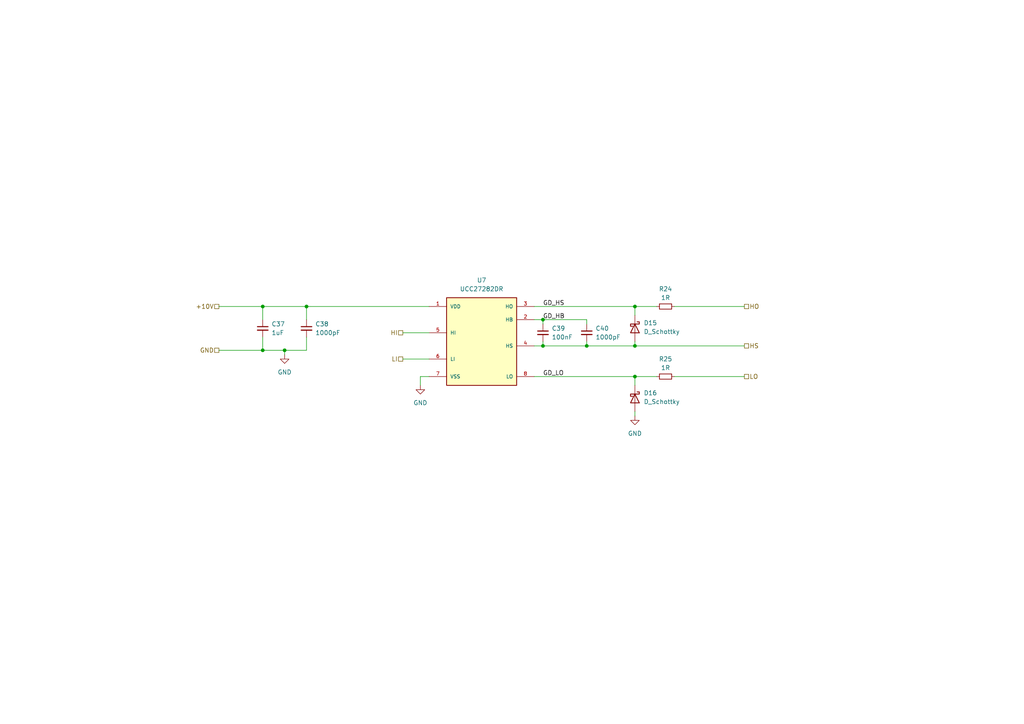
<source format=kicad_sch>
(kicad_sch (version 20211123) (generator eeschema)
  (paper "A4")
  (title_block (title "Gate driver phase V") (date "2022-07-24") (rev "1"))
  (lib_symbols
    (symbol "Device:C_Small" (pin_numbers hide) (pin_names (offset 0.254) hide)
      (property "Reference" "C" (at 0.254 1.778 0))
      (property "Value" "C_Small" (at 0.254 -2.032 0))
      (symbol "C_Small_0_1"
        (polyline (pts (xy -1.524 -0.508) (xy 1.524 -0.508)) (stroke (width 0.3302)))
        (polyline (pts (xy -1.524 0.508) (xy 1.524 0.508)) (stroke (width 0.3048)))
      )
      (symbol "C_Small_1_1"
        (pin passive line (at 0 2.54 270) (length 2.032) (name "~") (number "1"))
        (pin passive line (at 0 -2.54 90) (length 2.032) (name "~") (number "2"))
      )
    )
    (symbol "Device:D_Schottky" (pin_numbers hide) (pin_names (offset 1.016) hide)
      (property "Reference" "D" (at 0 2.54 0))
      (property "Value" "D_Schottky" (at 0 -2.54 0))
      (symbol "D_Schottky_0_1"
        (polyline (pts (xy 1.27 0) (xy -1.27 0)))
        (polyline (pts (xy 1.27 1.27) (xy 1.27 -1.27) (xy -1.27 0) (xy 1.27 1.27)) (stroke (width 0.254)))
        (polyline (pts (xy -1.905 0.635) (xy -1.905 1.27) (xy -1.27 1.27) (xy -1.27 -1.27) (xy -0.635 -1.27) (xy -0.635 -0.635)) (stroke (width 0.254)))
      )
      (symbol "D_Schottky_1_1"
        (pin passive line (at -3.81 0 0) (length 2.54) (name "K") (number "1"))
        (pin passive line (at 3.81 0 180) (length 2.54) (name "A") (number "2"))
      )
    )
    (symbol "Device:R_Small" (pin_numbers hide) (pin_names (offset 0.254) hide)
      (property "Reference" "R" (at 0.762 0.508 0))
      (property "Value" "R_Small" (at 0.762 -1.016 0))
      (symbol "R_Small_0_1"
        (rectangle (start -0.762 1.778) (end 0.762 -1.778) (stroke (width 0.2032)))
      )
      (symbol "R_Small_1_1"
        (pin passive line (at 0 2.54 270) (length 0.762) (name "~") (number "1"))
        (pin passive line (at 0 -2.54 90) (length 0.762) (name "~") (number "2"))
      )
    )
    (symbol "UCC27282DR:UCC27282DR" (pin_names (offset 1.016))
      (property "Reference" "U?" (at 0 17.78 0))
      (property "Value" "UCC27282DR" (at 0 15.24 0))
      (symbol "UCC27282DR_0_0"
        (rectangle (start -10.16 -12.7) (end 10.16 12.7) (stroke (width 0.254)) (fill (type background)))
        (pin power_in line (at -15.24 10.16 0) (length 5.08) (name "VDD") (number "1"))
        (pin passive line (at 15.24 6.35 180) (length 5.08) (name "HB") (number "2"))
        (pin output line (at 15.24 10.16 180) (length 5.08) (name "HO") (number "3"))
        (pin passive line (at 15.24 -1.27 180) (length 5.08) (name "HS") (number "4"))
        (pin input line (at -15.24 2.54 0) (length 5.08) (name "HI") (number "5"))
        (pin input line (at -15.24 -5.08 0) (length 5.08) (name "LI") (number "6"))
        (pin power_in line (at -15.24 -10.16 0) (length 5.08) (name "VSS") (number "7"))
        (pin output line (at 15.24 -10.16 180) (length 5.08) (name "LO") (number "8"))
      )
    )
    (symbol "power:GND" (power) (pin_names (offset 0))
      (property "Value" "GND" (at 0 -3.81 0))
      (symbol "GND_0_1"
        (polyline (pts (xy 0 0) (xy 0 -1.27) (xy 1.27 -1.27) (xy 0 -2.54) (xy -1.27 -1.27) (xy 0 -1.27)))
      )
      (symbol "GND_1_1"
        (pin power_in line (at 0 0 270) (length 0) hide (name "GND") (number "1"))
      )
    )
  )
  (junction (at 184.15 88.9))
  (junction (at 88.9 88.9))
  (junction (at 157.48 92.71))
  (junction (at 82.55 101.6))
  (junction (at 170.18 100.33))
  (junction (at 157.48 100.33))
  (junction (at 184.15 100.33))
  (junction (at 76.2 101.6))
  (junction (at 184.15 109.22))
  (junction (at 76.2 88.9))
  (wire (pts (xy 63.5 101.6) (xy 76.2 101.6)))
  (wire (pts (xy 184.15 109.22) (xy 184.15 111.76)))
  (wire (pts (xy 82.55 101.6) (xy 88.9 101.6)))
  (wire (pts (xy 121.92 109.22) (xy 121.92 111.76)))
  (wire (pts (xy 157.48 92.71) (xy 170.18 92.71)))
  (wire (pts (xy 76.2 101.6) (xy 82.55 101.6)))
  (wire (pts (xy 88.9 88.9) (xy 76.2 88.9)))
  (wire (pts (xy 184.15 88.9) (xy 184.15 91.44)))
  (wire (pts (xy 184.15 99.06) (xy 184.15 100.33)))
  (wire (pts (xy 157.48 92.71) (xy 157.48 93.98)))
  (wire (pts (xy 184.15 119.38) (xy 184.15 120.65)))
  (wire (pts (xy 76.2 97.79) (xy 76.2 101.6)))
  (wire (pts (xy 76.2 88.9) (xy 76.2 92.71)))
  (wire (pts (xy 170.18 100.33) (xy 184.15 100.33)))
  (wire (pts (xy 154.94 92.71) (xy 157.48 92.71)))
  (wire (pts (xy 170.18 100.33) (xy 170.18 99.06)))
  (wire (pts (xy 195.58 109.22) (xy 215.9 109.22)))
  (wire (pts (xy 124.46 96.52) (xy 116.84 96.52)))
  (wire (pts (xy 154.94 109.22) (xy 184.15 109.22)))
  (wire (pts (xy 184.15 100.33) (xy 215.9 100.33)))
  (wire (pts (xy 116.84 104.14) (xy 124.46 104.14)))
  (wire (pts (xy 157.48 99.06) (xy 157.48 100.33)))
  (wire (pts (xy 184.15 109.22) (xy 190.5 109.22)))
  (wire (pts (xy 154.94 88.9) (xy 184.15 88.9)))
  (wire (pts (xy 124.46 109.22) (xy 121.92 109.22)))
  (wire (pts (xy 157.48 100.33) (xy 154.94 100.33)))
  (wire (pts (xy 82.55 101.6) (xy 82.55 102.87)))
  (wire (pts (xy 63.5 88.9) (xy 76.2 88.9)))
  (wire (pts (xy 88.9 97.79) (xy 88.9 101.6)))
  (wire (pts (xy 88.9 88.9) (xy 88.9 92.71)))
  (wire (pts (xy 184.15 88.9) (xy 190.5 88.9)))
  (wire (pts (xy 195.58 88.9) (xy 215.9 88.9)))
  (wire (pts (xy 88.9 88.9) (xy 124.46 88.9)))
  (wire (pts (xy 157.48 100.33) (xy 170.18 100.33)))
  (wire (pts (xy 170.18 92.71) (xy 170.18 93.98)))
  (label "GD_HB" (at 157.48 92.71 0))
  (label "GD_LO" (at 157.48 109.22 0))
  (label "GD_HS" (at 157.48 88.9 0))
  (hierarchical_label "HI" (shape passive) (at 116.84 96.52 180))
  (hierarchical_label "HO" (shape passive) (at 215.9 88.9 0))
  (hierarchical_label "GND" (shape passive) (at 63.5 101.6 180))
  (hierarchical_label "LO" (shape passive) (at 215.9 109.22 0))
  (hierarchical_label "LI" (shape passive) (at 116.84 104.14 180))
  (hierarchical_label "+10V" (shape passive) (at 63.5 88.9 180))
  (hierarchical_label "HS" (shape passive) (at 215.9 100.33 0))
  (symbol (lib_id "Device:C_Small") (at 88.9 95.25 0) (unit 1)
    (property "Reference" "C38" (at 91.44 93.9862 0) (effects (justify left)))
    (property "Value" "1000pF" (at 91.44 96.5262 0) (effects (justify left)))
    (property "Footprint" "Capacitor_SMD:C_0603_1608Metric" (effects hide))
  )
  (symbol (lib_id "power:GND") (at 121.92 111.76 0) (unit 1)
    (property "Reference" "#PWR082" (effects hide))
    (property "Value" "GND" (at 121.92 116.84 0))
  )
  (symbol (lib_id "Device:C_Small") (at 76.2 95.25 0) (unit 1)
    (property "Reference" "C37" (at 78.74 93.9862 0) (effects (justify left)))
    (property "Value" "1uF" (at 78.74 96.5262 0) (effects (justify left)))
    (property "Footprint" "Capacitor_SMD:C_0603_1608Metric" (effects hide))
  )
  (symbol (lib_id "Device:C_Small") (at 170.18 96.52 0) (unit 1)
    (property "Reference" "C40" (at 172.72 95.2562 0) (effects (justify left)))
    (property "Value" "1000pF" (at 172.72 97.7962 0) (effects (justify left)))
    (property "Footprint" "Capacitor_SMD:C_0603_1608Metric" (effects hide))
  )
  (symbol (lib_id "Device:D_Schottky") (at 184.15 95.25 270) (unit 1)
    (property "Reference" "D15" (at 186.69 93.6624 90) (effects (justify left)))
    (property "Value" "D_Schottky" (at 186.69 96.2024 90) (effects (justify left)))
    (property "Footprint" "SS2P4-M3_84A:SS2P4M384A" (effects hide))
    (property "Datasheet" "https://www.vishay.com/docs/88910/ss2p2.pdf" (effects hide))
    (property "Part no" "SS2P4-M3/84A" (effects hide))
  )
  (symbol (lib_id "Device:R_Small") (at 193.04 109.22 90) (unit 1)
    (property "Reference" "R25" (at 193.04 104.14 90))
    (property "Value" "1R" (at 193.04 106.68 90))
    (property "Footprint" "Resistor_SMD:R_0603_1608Metric" (effects hide))
  )
  (symbol (lib_id "Device:D_Schottky") (at 184.15 115.57 270) (unit 1)
    (property "Reference" "D16" (at 186.69 113.9824 90) (effects (justify left)))
    (property "Value" "D_Schottky" (at 186.69 116.5224 90) (effects (justify left)))
    (property "Footprint" "SS2P4-M3_84A:SS2P4M384A" (effects hide))
    (property "Datasheet" "https://www.vishay.com/docs/88910/ss2p2.pdf" (effects hide))
    (property "Part no" "SS2P4-M3/84A" (effects hide))
  )
  (symbol (lib_id "Device:C_Small") (at 157.48 96.52 0) (unit 1)
    (property "Reference" "C39" (at 160.02 95.2562 0) (effects (justify left)))
    (property "Value" "100nF" (at 160.02 97.7962 0) (effects (justify left)))
    (property "Footprint" "Capacitor_SMD:C_0603_1608Metric" (effects hide))
  )
  (symbol (lib_id "power:GND") (at 82.55 102.87 0) (unit 1)
    (property "Reference" "#PWR081" (effects hide))
    (property "Value" "GND" (at 82.55 107.95 0))
  )
  (symbol (lib_id "power:GND") (at 184.15 120.65 0) (unit 1)
    (property "Reference" "#PWR083" (effects hide))
    (property "Value" "GND" (at 184.15 125.73 0))
  )
  (symbol (lib_id "Device:R_Small") (at 193.04 88.9 90) (unit 1)
    (property "Reference" "R24" (at 193.04 83.82 90))
    (property "Value" "1R" (at 193.04 86.36 90))
    (property "Footprint" "Resistor_SMD:R_0603_1608Metric" (effects hide))
  )
  (symbol (lib_id "UCC27282DR:UCC27282DR") (at 139.7 99.06 0) (unit 1)
    (property "Reference" "U7" (at 139.7 81.28 0))
    (property "Value" "UCC27282DR" (at 139.7 83.82 0))
    (property "Footprint" "UCC27282DR:SOIC127P599X175-8N" (effects hide))
    (property "Datasheet" "https://www.ti.com/lit/ds/symlink/ucc27282.pdf?ts=1658830366296" (effects hide))
    (property "STANDARD" "IPC 7351B" (effects hide))
    (property "PARTREV" "A" (effects hide))
    (property "MANUFACTURER" "Texas Instruments" (effects hide))
    (property "MAXIMUM_PACKAGE_HEIGHT" "1.75mm" (effects hide))
  )
)
</source>
